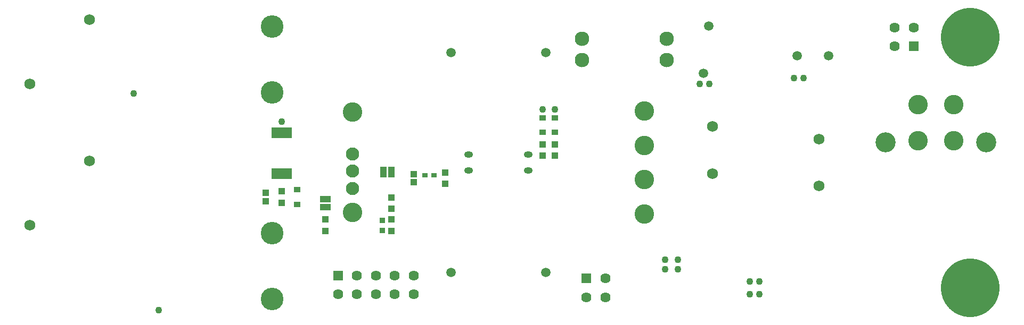
<source format=gbs>
G04*
G04 #@! TF.GenerationSoftware,Altium Limited,Altium Designer,24.3.1 (35)*
G04*
G04 Layer_Color=16711935*
%FSLAX25Y25*%
%MOIN*%
G70*
G04*
G04 #@! TF.SameCoordinates,FD519535-7E5F-4FBF-A31B-089F6CA01B13*
G04*
G04*
G04 #@! TF.FilePolarity,Negative*
G04*
G01*
G75*
%ADD22R,0.12598X0.06693*%
%ADD23R,0.03937X0.04331*%
%ADD24R,0.03543X0.03543*%
%ADD35C,0.12205*%
%ADD36C,0.12598*%
%ADD37C,0.05906*%
%ADD38C,0.06890*%
%ADD39C,0.08268*%
%ADD40C,0.14173*%
%ADD41C,0.00394*%
%ADD42C,0.06394*%
%ADD43R,0.06394X0.06394*%
%ADD44C,0.09055*%
%ADD45C,0.36811*%
%ADD46C,0.04331*%
%ADD77R,0.03937X0.03543*%
%ADD80O,0.05512X0.03937*%
%ADD81R,0.03347X0.03150*%
%ADD82R,0.04331X0.03937*%
%ADD83R,0.03937X0.06890*%
%ADD84R,0.06890X0.03937*%
D22*
X297244Y235236D02*
D03*
Y209646D02*
D03*
D23*
X399606Y203150D02*
D03*
Y210236D02*
D03*
X366142Y187402D02*
D03*
Y194488D02*
D03*
Y173622D02*
D03*
Y180709D02*
D03*
X324803Y173622D02*
D03*
Y180709D02*
D03*
X297244Y191339D02*
D03*
Y198425D02*
D03*
X460630Y220866D02*
D03*
X468504D02*
D03*
Y227953D02*
D03*
X460630D02*
D03*
D24*
X360236Y174016D02*
D03*
Y180315D02*
D03*
D35*
X695669Y252756D02*
D03*
X718110D02*
D03*
X695669Y230315D02*
D03*
X718110D02*
D03*
X341772Y248031D02*
D03*
Y185039D02*
D03*
X524370Y249016D02*
D03*
Y227362D02*
D03*
Y205709D02*
D03*
Y184055D02*
D03*
D36*
X738465Y229035D02*
D03*
X675315D02*
D03*
D37*
X639764Y283465D02*
D03*
X620079D02*
D03*
X564567Y302165D02*
D03*
X561417Y272638D02*
D03*
X403543Y285433D02*
D03*
X462598D02*
D03*
X403543Y147638D02*
D03*
X462598D02*
D03*
D38*
X633858Y201772D02*
D03*
Y231299D02*
D03*
X566929Y209646D02*
D03*
Y239173D02*
D03*
X139764Y177165D02*
D03*
Y265748D02*
D03*
X177165Y217520D02*
D03*
Y306102D02*
D03*
D39*
X341772Y221969D02*
D03*
Y211102D02*
D03*
Y200276D02*
D03*
D40*
X291339Y172047D02*
D03*
Y301969D02*
D03*
Y260669D02*
D03*
Y130748D02*
D03*
D41*
X562992Y137795D02*
D03*
X366142Y295276D02*
D03*
X391732Y130157D02*
D03*
X320866D02*
D03*
X704724Y304882D02*
D03*
X669291D02*
D03*
X476378Y128189D02*
D03*
X511811D02*
D03*
X137795Y137795D02*
D03*
Y295276D02*
D03*
D42*
X344488Y133858D02*
D03*
X356299D02*
D03*
X368110D02*
D03*
X332677D02*
D03*
X368110Y145669D02*
D03*
X356299D02*
D03*
X344488D02*
D03*
X379921D02*
D03*
Y133858D02*
D03*
X681102Y289370D02*
D03*
X692913Y301181D02*
D03*
X681102D02*
D03*
X500000Y143701D02*
D03*
X488189Y131890D02*
D03*
X500000D02*
D03*
D43*
X332677Y145669D02*
D03*
X692913Y289370D02*
D03*
X488189Y143701D02*
D03*
D44*
X538327Y280709D02*
D03*
Y294094D02*
D03*
X485295Y280709D02*
D03*
Y294094D02*
D03*
D45*
X728346Y295276D02*
D03*
Y137795D02*
D03*
D46*
X559055Y265748D02*
D03*
X564961D02*
D03*
X618110Y269685D02*
D03*
X624016D02*
D03*
X590551Y133858D02*
D03*
Y141732D02*
D03*
X545276Y149606D02*
D03*
X537402D02*
D03*
X596457Y133858D02*
D03*
Y141732D02*
D03*
X537402Y155512D02*
D03*
X545276D02*
D03*
X204724Y259842D02*
D03*
X220472Y124016D02*
D03*
X297244Y242126D02*
D03*
X468504Y250000D02*
D03*
X460630D02*
D03*
D77*
X468504Y244685D02*
D03*
Y235630D02*
D03*
X307087Y199409D02*
D03*
Y190354D02*
D03*
X460630Y235630D02*
D03*
Y244685D02*
D03*
D80*
X451772Y211535D02*
D03*
Y221535D02*
D03*
X414370D02*
D03*
Y211535D02*
D03*
D81*
X386910Y208661D02*
D03*
X392618D02*
D03*
D82*
X379921Y209350D02*
D03*
Y204035D02*
D03*
X287402Y192224D02*
D03*
Y197539D02*
D03*
D83*
X361142Y210630D02*
D03*
X366142D02*
D03*
D84*
X324803Y188445D02*
D03*
Y193445D02*
D03*
M02*

</source>
